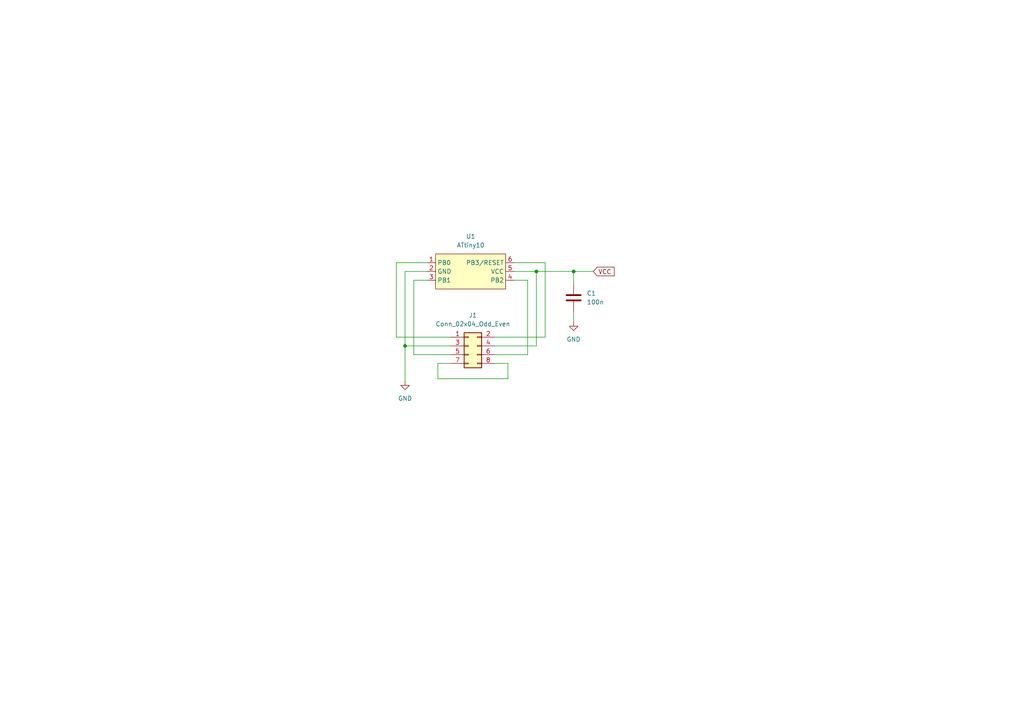
<source format=kicad_sch>
(kicad_sch (version 20230121) (generator eeschema)
  (paper "A4")
  (lib_symbols
    (symbol "Connector_Generic:Conn_02x04_Odd_Even" (pin_names (offset 1.016) hide)
      (property "Reference" "J" (at 1.27 5.08 0))
      (property "Value" "Conn_02x04_Odd_Even" (at 1.27 -7.62 0))
      (symbol "Conn_02x04_Odd_Even_1_1"
        (rectangle (start -1.27 -4.953) (end 0 -5.207) (stroke (width 0.1524)))
        (rectangle (start -1.27 -2.413) (end 0 -2.667) (stroke (width 0.1524)))
        (rectangle (start -1.27 0.127) (end 0 -0.127) (stroke (width 0.1524)))
        (rectangle (start -1.27 2.667) (end 0 2.413) (stroke (width 0.1524)))
        (rectangle (start -1.27 3.81) (end 3.81 -6.35) (stroke (width 0.254)) (fill (type background)))
        (rectangle (start 3.81 -4.953) (end 2.54 -5.207) (stroke (width 0.1524)))
        (rectangle (start 3.81 -2.413) (end 2.54 -2.667) (stroke (width 0.1524)))
        (rectangle (start 3.81 0.127) (end 2.54 -0.127) (stroke (width 0.1524)))
        (rectangle (start 3.81 2.667) (end 2.54 2.413) (stroke (width 0.1524)))
        (pin passive line (at -5.08 2.54 0) (length 3.81) (name "Pin_1") (number "1"))
        (pin passive line (at 7.62 2.54 180) (length 3.81) (name "Pin_2") (number "2"))
        (pin passive line (at -5.08 0 0) (length 3.81) (name "Pin_3") (number "3"))
        (pin passive line (at 7.62 0 180) (length 3.81) (name "Pin_4") (number "4"))
        (pin passive line (at -5.08 -2.54 0) (length 3.81) (name "Pin_5") (number "5"))
        (pin passive line (at 7.62 -2.54 180) (length 3.81) (name "Pin_6") (number "6"))
        (pin passive line (at -5.08 -5.08 0) (length 3.81) (name "Pin_7") (number "7"))
        (pin passive line (at 7.62 -5.08 180) (length 3.81) (name "Pin_8") (number "8"))
      )
    )
    (symbol "Device:C" (pin_numbers hide) (pin_names (offset 0.254))
      (property "Reference" "C" (at 0.635 2.54 0))
      (property "Value" "C" (at 0.635 -2.54 0))
      (symbol "C_0_1"
        (polyline (pts (xy -2.032 -0.762) (xy 2.032 -0.762)) (stroke (width 0.508)))
        (polyline (pts (xy -2.032 0.762) (xy 2.032 0.762)) (stroke (width 0.508)))
      )
      (symbol "C_1_1"
        (pin passive line (at 0 3.81 270) (length 2.794) (name "~") (number "1"))
        (pin passive line (at 0 -3.81 90) (length 2.794) (name "~") (number "2"))
      )
    )
    (symbol "components:ATtiny10"
      (property "Reference" "U" (at 0 0 0))
      (property "Value" "ATtiny10" (at 0 -6.35 0))
      (symbol "ATtiny10_1_1"
        (rectangle (start -10.16 5.08) (end 10.16 -5.08) (fill (type background)))
        (pin input line (at -12.7 2.54 0) (length 2.54) (name "PB0") (number "1"))
        (pin input line (at -12.7 0 0) (length 2.54) (name "GND") (number "2"))
        (pin input line (at -12.7 -2.54 0) (length 2.54) (name "PB1") (number "3"))
        (pin input line (at 12.7 -2.54 180) (length 2.54) (name "PB2") (number "4"))
        (pin input line (at 12.7 0 180) (length 2.54) (name "VCC") (number "5"))
        (pin input line (at 12.7 2.54 180) (length 2.54) (name "PB3/RESET") (number "6"))
      )
    )
    (symbol "power:GND" (power) (pin_names (offset 0))
      (property "Value" "GND" (at 0 -3.81 0))
      (symbol "GND_0_1"
        (polyline (pts (xy 0 0) (xy 0 -1.27) (xy 1.27 -1.27) (xy 0 -2.54) (xy -1.27 -1.27) (xy 0 -1.27)))
      )
      (symbol "GND_1_1"
        (pin power_in line (at 0 0 270) (length 0) hide (name "GND") (number "1"))
      )
    )
  )
  (junction (at 117.475 100.33))
  (junction (at 155.575 78.74))
  (junction (at 166.37 78.74))
  (wire (pts (xy 153.035 102.87) (xy 143.51 102.87)))
  (wire (pts (xy 127 105.41) (xy 127 109.855)))
  (wire (pts (xy 123.825 78.74) (xy 117.475 78.74)))
  (wire (pts (xy 166.37 78.74) (xy 166.37 82.55)))
  (wire (pts (xy 147.32 109.855) (xy 147.32 105.41)))
  (wire (pts (xy 158.115 76.2) (xy 158.115 97.79)))
  (wire (pts (xy 123.825 81.28) (xy 120.015 81.28)))
  (wire (pts (xy 166.37 90.17) (xy 166.37 93.345)))
  (wire (pts (xy 117.475 100.33) (xy 117.475 110.49)))
  (wire (pts (xy 158.115 97.79) (xy 143.51 97.79)))
  (wire (pts (xy 130.81 105.41) (xy 127 105.41)))
  (wire (pts (xy 149.225 76.2) (xy 158.115 76.2)))
  (wire (pts (xy 127 109.855) (xy 147.32 109.855)))
  (wire (pts (xy 120.015 81.28) (xy 120.015 102.87)))
  (wire (pts (xy 149.225 81.28) (xy 153.035 81.28)))
  (wire (pts (xy 155.575 78.74) (xy 166.37 78.74)))
  (wire (pts (xy 155.575 78.74) (xy 155.575 100.33)))
  (wire (pts (xy 114.935 76.2) (xy 123.825 76.2)))
  (wire (pts (xy 117.475 100.33) (xy 130.81 100.33)))
  (wire (pts (xy 153.035 81.28) (xy 153.035 102.87)))
  (wire (pts (xy 166.37 78.74) (xy 172.085 78.74)))
  (wire (pts (xy 117.475 78.74) (xy 117.475 100.33)))
  (wire (pts (xy 149.225 78.74) (xy 155.575 78.74)))
  (wire (pts (xy 130.81 97.79) (xy 114.935 97.79)))
  (wire (pts (xy 114.935 97.79) (xy 114.935 76.2)))
  (wire (pts (xy 147.32 105.41) (xy 143.51 105.41)))
  (wire (pts (xy 120.015 102.87) (xy 130.81 102.87)))
  (wire (pts (xy 155.575 100.33) (xy 143.51 100.33)))
  (global_label "VCC" (shape input) (at 172.085 78.74 0) (property "Intersheetrefs" "${INTERSHEET_REFS}" (effects hide)))
  (symbol (lib_id "Device:C") (at 166.37 86.36 0) (unit 1)
    (property "Reference" "C1" (at 170.18 85.09 0) (effects (justify left)))
    (property "Value" "100n" (at 170.18 87.63 0) (effects (justify left)))
    (property "Footprint" "Capacitor_SMD:C_0603_1608Metric" (effects hide))
  )
  (symbol (lib_id "power:GND") (at 117.475 110.49 0) (unit 1)
    (property "Reference" "#PWR02" (effects hide))
    (property "Value" "GND" (at 117.475 115.57 0))
  )
  (symbol (lib_id "Connector_Generic:Conn_02x04_Odd_Even") (at 135.89 100.33 0) (unit 1)
    (property "Reference" "J1" (at 137.16 91.44 0))
    (property "Value" "Conn_02x04_Odd_Even" (at 137.16 93.98 0))
    (property "Footprint" "components:board_edge_2x4" (effects hide))
  )
  (symbol (lib_id "power:GND") (at 166.37 93.345 0) (unit 1)
    (property "Reference" "#PWR01" (effects hide))
    (property "Value" "GND" (at 166.37 98.425 0))
  )
  (symbol (lib_id "components:ATtiny10") (at 136.525 78.74 0) (unit 1)
    (property "Reference" "U1" (at 136.525 68.58 0))
    (property "Value" "ATtiny10" (at 136.525 71.12 0))
    (property "Footprint" "Package_TO_SOT_SMD:SOT-23-6" (effects hide))
  )
)
</source>
